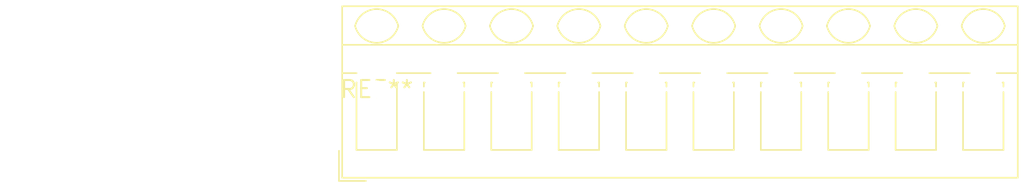
<source format=kicad_pcb>
(kicad_pcb (version 20240108) (generator pcbnew)
  (layers (0 "F.Cu" signal) (31 "B.Cu" signal) (34 "B.Paste" user) (35 "F.Paste" user) (36 "B.SilkS" user "B.Silkscreen") (37 "F.SilkS" user "F.Silkscreen") (38 "B.Mask" user) (39 "F.Mask" user) (44 "Edge.Cuts" user))
  (net 0 "")
  (footprint "TerminalBlock_RND_205-00064_1x10_P5.00mm_45Degree" (layer "F.Cu") (at 0 0)
    (property "Reference" "REF**")
    (property "Value" "TerminalBlock_RND_205-00064_1x10_P5.00mm_45Degree")
    (fp_line (start -2.8 4.56) (end -2.8 6.8) (layer "F.SilkS") (stroke (width 0.12)))
    (fp_line (start -2.8 6.8) (end -0.8 6.8) (layer "F.SilkS") (stroke (width 0.12)))
    (fp_line (start -2.56 -6.16) (end -2.56 6.56) (layer "F.SilkS") (stroke (width 0.12)))
    (fp_line (start -2.56 -6.16) (end 47.56 -6.16) (layer "F.SilkS") (stroke (width 0.12)))
    (fp_line (start -2.56 -3.301) (end 47.56 -3.301) (layer "F.SilkS") (stroke (width 0.12)))
    (fp_line (start -2.56 -1.201) (end -1.49 -1.201) (layer "F.SilkS") (stroke (width 0.12)))
    (fp_line (start -2.56 6.56) (end 47.56 6.56) (layer "F.SilkS") (stroke (width 0.12)))
    (fp_line (start -1.5 -0.5) (end -1.5 4.5) (layer "F.SilkS") (stroke (width 0.12)))
    (fp_line (start -1.5 -0.5) (end -1.49 -0.5) (layer "F.SilkS") (stroke (width 0.12)))
    (fp_line (start -1.5 4.5) (end 1.5 4.5) (layer "F.SilkS") (stroke (width 0.12)))
    (fp_line (start 1.49 -1.201) (end 4 -1.201) (layer "F.SilkS") (stroke (width 0.12)))
    (fp_line (start 1.49 -0.5) (end 1.5 -0.5) (layer "F.SilkS") (stroke (width 0.12)))
    (fp_line (start 1.5 -0.5) (end 1.5 4.5) (layer "F.SilkS") (stroke (width 0.12)))
    (fp_line (start 3.5 -0.5) (end 3.5 -0.202) (layer "F.SilkS") (stroke (width 0.12)))
    (fp_line (start 3.5 -0.5) (end 3.57 -0.5) (layer "F.SilkS") (stroke (width 0.12)))
    (fp_line (start 3.5 0.202) (end 3.5 4.5) (layer "F.SilkS") (stroke (width 0.12)))
    (fp_line (start 3.5 4.5) (end 6.5 4.5) (layer "F.SilkS") (stroke (width 0.12)))
    (fp_line (start 6.001 -1.201) (end 9 -1.201) (layer "F.SilkS") (stroke (width 0.12)))
    (fp_line (start 6.431 -0.5) (end 6.5 -0.5) (layer "F.SilkS") (stroke (width 0.12)))
    (fp_line (start 6.5 -0.5) (end 6.5 -0.202) (layer "F.SilkS") (stroke (width 0.12)))
    (fp_line (start 6.5 0.202) (end 6.5 4.5) (layer "F.SilkS") (stroke (width 0.12)))
    (fp_line (start 8.5 -0.5) (end 8.5 -0.202) (layer "F.SilkS") (stroke (width 0.12)))
    (fp_line (start 8.5 -0.5) (end 8.57 -0.5) (layer "F.SilkS") (stroke (width 0.12)))
    (fp_line (start 8.5 0.202) (end 8.5 4.5) (layer "F.SilkS") (stroke (width 0.12)))
    (fp_line (start 8.5 4.5) (end 11.5 4.5) (layer "F.SilkS") (stroke (width 0.12)))
    (fp_line (start 11.001 -1.201) (end 14 -1.201) (layer "F.SilkS") (stroke (width 0.12)))
    (fp_line (start 11.431 -0.5) (end 11.5 -0.5) (layer "F.SilkS") (stroke (width 0.12)))
    (fp_line (start 11.5 -0.5) (end 11.5 -0.202) (layer "F.SilkS") (stroke (width 0.12)))
    (fp_line (start 11.5 0.202) (end 11.5 4.5) (layer "F.SilkS") (stroke (width 0.12)))
    (fp_line (start 13.5 -0.5) (end 13.5 -0.202) (layer "F.SilkS") (stroke (width 0.12)))
    (fp_line (start 13.5 -0.5) (end 13.57 -0.5) (layer "F.SilkS") (stroke (width 0.12)))
    (fp_line (start 13.5 0.202) (end 13.5 4.5) (layer "F.SilkS") (stroke (width 0.12)))
    (fp_line (start 13.5 4.5) (end 16.5 4.5) (layer "F.SilkS") (stroke (width 0.12)))
    (fp_line (start 16.001 -1.201) (end 19 -1.201) (layer "F.SilkS") (stroke (width 0.12)))
    (fp_line (start 16.431 -0.5) (end 16.5 -0.5) (layer "F.SilkS") (stroke (width 0.12)))
    (fp_line (start 16.5 -0.5) (end 16.5 -0.202) (layer "F.SilkS") (stroke (width 0.12)))
    (fp_line (start 16.5 0.202) (end 16.5 4.5) (layer "F.SilkS") (stroke (width 0.12)))
    (fp_line (start 18.5 -0.5) (end 18.5 -0.202) (layer "F.SilkS") (stroke (width 0.12)))
    (fp_line (start 18.5 -0.5) (end 18.57 -0.5) (layer "F.SilkS") (stroke (width 0.12)))
    (fp_line (start 18.5 0.202) (end 18.5 4.5) (layer "F.SilkS") (stroke (width 0.12)))
    (fp_line (start 18.5 4.5) (end 21.5 4.5) (layer "F.SilkS") (stroke (width 0.12)))
    (fp_line (start 21.001 -1.201) (end 24 -1.201) (layer "F.SilkS") (stroke (width 0.12)))
    (fp_line (start 21.431 -0.5) (end 21.5 -0.5) (layer "F.SilkS") (stroke (width 0.12)))
    (fp_line (start 21.5 -0.5) (end 21.5 -0.202) (layer "F.SilkS") (stroke (width 0.12)))
    (fp_line (start 21.5 0.202) (end 21.5 4.5) (layer "F.SilkS") (stroke (width 0.12)))
    (fp_line (start 23.5 -0.5) (end 23.5 -0.202) (layer "F.SilkS") (stroke (width 0.12)))
    (fp_line (start 23.5 -0.5) (end 23.57 -0.5) (layer "F.SilkS") (stroke (width 0.12)))
    (fp_line (start 23.5 0.202) (end 23.5 4.5) (layer "F.SilkS") (stroke (width 0.12)))
    (fp_line (start 23.5 4.5) (end 26.5 4.5) (layer "F.SilkS") (stroke (width 0.12)))
    (fp_line (start 26.001 -1.201) (end 29 -1.201) (layer "F.SilkS") (stroke (width 0.12)))
    (fp_line (start 26.431 -0.5) (end 26.5 -0.5) (layer "F.SilkS") (stroke (width 0.12)))
    (fp_line (start 26.5 -0.5) (end 26.5 -0.202) (layer "F.SilkS") (stroke (width 0.12)))
    (fp_line (start 26.5 0.202) (end 26.5 4.5) (layer "F.SilkS") (stroke (width 0.12)))
    (fp_line (start 28.5 -0.5) (end 28.5 -0.202) (layer "F.SilkS") (stroke (width 0.12)))
    (fp_line (start 28.5 -0.5) (end 28.57 -0.5) (layer "F.SilkS") (stroke (width 0.12)))
    (fp_line (start 28.5 0.202) (end 28.5 4.5) (layer "F.SilkS") (stroke (width 0.12)))
    (fp_line (start 28.5 4.5) (end 31.5 4.5) (layer "F.SilkS") (stroke (width 0.12)))
    (fp_line (start 31.001 -1.201) (end 34 -1.201) (layer "F.SilkS") (stroke (width 0.12)))
    (fp_line (start 31.431 -0.5) (end 31.5 -0.5) (layer "F.SilkS") (stroke (width 0.12)))
    (fp_line (start 31.5 -0.5) (end 31.5 -0.202) (layer "F.SilkS") (stroke (width 0.12)))
    (fp_line (start 31.5 0.202) (end 31.5 4.5) (layer "F.SilkS") (stroke (width 0.12)))
    (fp_line (start 33.5 -0.5) (end 33.5 -0.202) (layer "F.SilkS") (stroke (width 0.12)))
    (fp_line (start 33.5 -0.5) (end 33.57 -0.5) (layer "F.SilkS") (stroke (width 0.12)))
    (fp_line (start 33.5 0.202) (end 33.5 4.5) (layer "F.SilkS") (stroke (width 0.12)))
    (fp_line (start 33.5 4.5) (end 36.5 4.5) (layer "F.SilkS") (stroke (width 0.12)))
    (fp_line (start 36.001 -1.201) (end 39 -1.201) (layer "F.SilkS") (stroke (width 0.12)))
    (fp_line (start 36.431 -0.5) (end 36.5 -0.5) (layer "F.SilkS") (stroke (width 0.12)))
    (fp_line (start 36.5 -0.5) (end 36.5 -0.202) (layer "F.SilkS") (stroke (width 0.12)))
    (fp_line (start 36.5 0.202) (end 36.5 4.5) (layer "F.SilkS") (stroke (width 0.12)))
    (fp_line (start 38.5 -0.5) (end 38.5 -0.202) (layer "F.SilkS") (stroke (width 0.12)))
    (fp_line (start 38.5 -0.5) (end 38.57 -0.5) (layer "F.SilkS") (stroke (width 0.12)))
    (fp_line (start 38.5 0.202) (end 38.5 4.5) (layer "F.SilkS") (stroke (width 0.12)))
    (fp_line (start 38.5 4.5) (end 41.5 4.5) (layer "F.SilkS") (stroke (width 0.12)))
    (fp_line (start 41.001 -1.201) (end 44 -1.201) (layer "F.SilkS") (stroke (width 0.12)))
    (fp_line (start 41.431 -0.5) (end 41.5 -0.5) (layer "F.SilkS") (stroke (width 0.12)))
    (fp_line (start 41.5 -0.5) (end 41.5 -0.202) (layer "F.SilkS") (stroke (width 0.12)))
    (fp_line (start 41.5 0.202) (end 41.5 4.5) (layer "F.SilkS") (stroke (width 0.12)))
    (fp_line (start 43.5 -0.5) (end 43.5 -0.202) (layer "F.SilkS") (stroke (width 0.12)))
    (fp_line (start 43.5 -0.5) (end 43.57 -0.5) (layer "F.SilkS") (stroke (width 0.12)))
    (fp_line (start 43.5 0.202) (end 43.5 4.5) (layer "F.SilkS") (stroke (width 0.12)))
    (fp_line (start 43.5 4.5) (end 46.5 4.5) (layer "F.SilkS") (stroke (width 0.12)))
    (fp_line (start 46.001 -1.201) (end 47.56 -1.201) (layer "F.SilkS") (stroke (width 0.12)))
    (fp_line (start 46.431 -0.5) (end 46.5 -0.5) (layer "F.SilkS") (stroke (width 0.12)))
    (fp_line (start 46.5 -0.5) (end 46.5 -0.202) (layer "F.SilkS") (stroke (width 0.12)))
    (fp_line (start 46.5 0.202) (end 46.5 4.5) (layer "F.SilkS") (stroke (width 0.12)))
    (fp_line (start 47.56 -6.16) (end 47.56 6.56) (layer "F.SilkS") (stroke (width 0.12)))
    (fp_arc (start -1.600914 -4.700344) (mid 0.000177 -5.95097) (end 1.601 -4.7) (layer "F.SilkS") (stroke (width 0.12)))
    (fp_arc (start 1.6 -4.7) (mid -6.4e-05 -3.45) (end -1.600031 -4.700125) (layer "F.SilkS") (stroke (width 0.12)))
    (fp_arc (start 3.399086 -4.700344) (mid 5.000177 -5.95097) (end 6.601 -4.7) (layer "F.SilkS") (stroke (width 0.12)))
    (fp_arc (start 6.6 -4.7) (mid 4.999936 -3.45) (end 3.399969 -4.700125) (layer "F.SilkS") (stroke (width 0.12)))
    (fp_arc (start 8.399086 -4.700344) (mid 10.000177 -5.95097) (end 11.601 -4.7) (layer "F.SilkS") (stroke (width 0.12)))
    (fp_arc (start 11.6 -4.7) (mid 9.999936 -3.45) (end 8.399969 -4.700125) (layer "F.SilkS") (stroke (width 0.12)))
    (fp_arc (start 13.399086 -4.700344) (mid 15.000177 -5.95097) (end 16.601 -4.7) (layer "F.SilkS") (stroke (width 0.12)))
    (fp_arc (start 16.6 -4.7) (mid 14.999936 -3.45) (end 13.399969 -4.700125) (layer "F.SilkS") (stroke (width 0.12)))
    (fp_arc (start 18.399086 -4.700344) (mid 20.000177 -5.95097) (end 21.601 -4.7) (layer "F.SilkS") (stroke (width 0.12)))
    (fp_arc (start 21.6 -4.7) (mid 19.999936 -3.45) (end 18.399969 -4.700125) (layer "F.SilkS") (stroke (width 0.12)))
    (fp_arc (start 23.399086 -4.700344) (mid 25.000177 -5.95097) (end 26.601 -4.7) (layer "F.SilkS") (stroke (width 0.12)))
    (fp_arc (start 26.6 -4.7) (mid 24.999936 -3.45) (end 23.399969 -4.700125) (layer "F.SilkS") (stroke (width 0.12)))
    (fp_arc (start 28.399086 -4.700344) (mid 30.000177 -5.95097) (end 31.601 -4.7) (layer "F.SilkS") (stroke (width 0.12)))
    (fp_arc (start 31.6 -4.7) (mid 29.999936 -3.45) (end 28.399969 -4.700125) (layer "F.SilkS") (stroke (width 0.12)))
    (fp_arc (start 33.399086 -4.700344) (mid 35.000177 -5.95097) (end 36.601 -4.7) (layer "F.SilkS") (stroke (width 0.12)))
    (fp_arc (start 36.6 -4.7) (mid 34.999936 -3.45) (end 33.399969 -4.700125) (layer "F.SilkS") (stroke (width 0.12)))
    (fp_arc (start 38.399086 -4.700344) (mid 40.000177 -5.95097) (end 41.601 -4.7) (layer "F.SilkS") (stroke (width 0.12)))
    (fp_arc (start 41.6 -4.7) (mid 39.999936 -3.45) (end 38.399969 -4.700125) (layer "F.SilkS") (stroke (width 0.12)))
    (fp_arc (start 43.399086 -4.700344) (mid 45.000177 -5.95097) (end 46.601 -4.7) (layer "F.SilkS") (stroke (width 0.12)))
    (fp_arc (start 46.6 -4.7) (mid 44.999936 -3.45) (end 43.399969 -4.700125) (layer "F.SilkS") (stroke (width 0.12)))
    (pad "1" thru_hole rect (at 0 0) (size 2.5 2.5) (drill 1.3) (layers *.Cu *.Mask) (remove_unused_layers))
    (pad "2" thru_hole circle (at 5 0) (size 2.5 2.5) (drill 1.3) (layers *.Cu *.Mask) (remove_unused_layers))
    (pad "3" thru_hole circle (at 10 0) (size 2.5 2.5) (drill 1.3) (layers *.Cu *.Mask) (remove_unused_layers))
    (pad "4" thru_hole circle (at 15 0) (size 2.5 2.5) (drill 1.3) (layers *.Cu *.Mask) (remove_unused_layers))
    (pad "5" thru_hole circle (at 20 0) (size 2.5 2.5) (drill 1.3) (layers *.Cu *.Mask) (remove_unused_layers))
    (pad "6" thru_hole circle (at 25 0) (size 2.5 2.5) (drill 1.3) (layers *.Cu *.Mask) (remove_unused_layers))
    (pad "7" thru_hole circle (at 30 0) (size 2.5 2.5) (drill 1.3) (layers *.Cu *.Mask) (remove_unused_layers))
    (pad "8" thru_hole circle (at 35 0) (size 2.5 2.5) (drill 1.3) (layers *.Cu *.Mask) (remove_unused_layers))
    (pad "9" thru_hole circle (at 40 0) (size 2.5 2.5) (drill 1.3) (layers *.Cu *.Mask) (remove_unused_layers))
    (pad "10" thru_hole circle (at 45 0) (size 2.5 2.5) (drill 1.3) (layers *.Cu *.Mask) (remove_unused_layers))
  )
)
</source>
